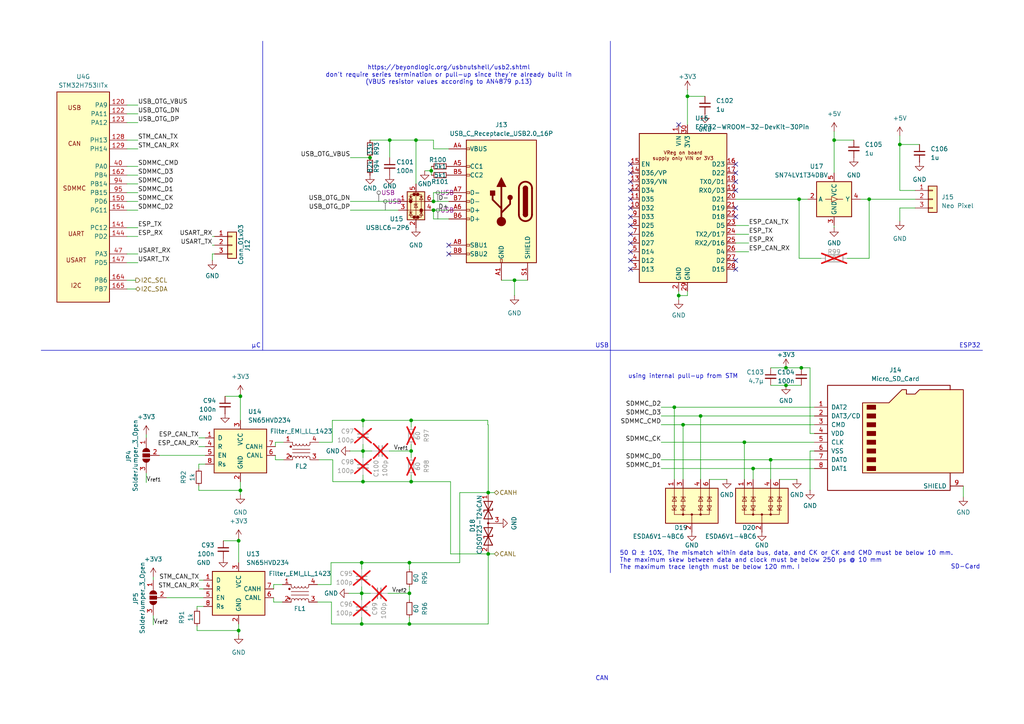
<source format=kicad_sch>
(kicad_sch
	(version 20250114)
	(generator "eeschema")
	(generator_version "9.0")
	(uuid "c61dd313-04ad-474f-9718-66b9bce07315")
	(paper "A4")
	
	(text "50 Ω ± 10%, The mismatch within data bus, data, and CK or CK and CMD must be below 10 mm.\nThe maximum skew between data and clock must be below 250 ps @ 10 mm\nThe maximum trace length must be below 120 mm. I"
		(exclude_from_sim no)
		(at 179.705 162.56 0)
		(effects
			(font
				(size 1.27 1.27)
			)
			(justify left)
		)
		(uuid "0232814d-2630-4b56-a948-0a44be293620")
	)
	(text "USB"
		(exclude_from_sim no)
		(at 174.625 100.33 0)
		(effects
			(font
				(size 1.27 1.27)
			)
		)
		(uuid "030ac795-edf5-444d-9323-762df8451be4")
	)
	(text "SD-Card"
		(exclude_from_sim no)
		(at 280.035 164.465 0)
		(effects
			(font
				(size 1.27 1.27)
			)
		)
		(uuid "05828fab-2d04-4397-b843-7a8ebdd025b6")
	)
	(text "don't require series termination or pull-up since they're already built in\n(VBUS resistor values according to AN4879 p.13)"
		(exclude_from_sim no)
		(at 130.175 22.86 0)
		(effects
			(font
				(size 1.27 1.27)
			)
		)
		(uuid "1055d774-b6a1-419a-b048-36be66eef259")
	)
	(text "µC"
		(exclude_from_sim no)
		(at 74.295 100.33 0)
		(effects
			(font
				(size 1.27 1.27)
			)
		)
		(uuid "116a24cc-e1f0-4e0d-bea5-abd9a8f91599")
	)
	(text "https://beyondlogic.org/usbnutshell/usb2.shtml"
		(exclude_from_sim no)
		(at 130.175 19.685 0)
		(effects
			(font
				(size 1.27 1.27)
			)
			(href "https://beyondlogic.org/usbnutshell/usb2.shtml")
		)
		(uuid "17aebb66-f36f-4773-91b3-aa6e98e3a3df")
	)
	(text "ESP32"
		(exclude_from_sim no)
		(at 281.305 100.33 0)
		(effects
			(font
				(size 1.27 1.27)
			)
		)
		(uuid "2f1a1088-c0ce-4de9-ae6e-34c8798ff98b")
	)
	(text "using internal pull-up from STM"
		(exclude_from_sim no)
		(at 198.12 109.22 0)
		(effects
			(font
				(size 1.27 1.27)
			)
		)
		(uuid "a2052886-6177-4247-95db-c4b735b95dd6")
	)
	(text "CAN"
		(exclude_from_sim no)
		(at 174.625 196.85 0)
		(effects
			(font
				(size 1.27 1.27)
			)
		)
		(uuid "aaa6aba1-4600-4726-ab41-4812b09f5f58")
	)
	(junction
		(at 231.775 57.785)
		(diameter 0)
		(color 0 0 0 0)
		(uuid "05cfbb34-84b8-41f9-b2c6-e5b00514da1d")
	)
	(junction
		(at 215.9 128.27)
		(diameter 0)
		(color 0 0 0 0)
		(uuid "0bbc3a19-37df-42ad-91f0-8540a0395fb7")
	)
	(junction
		(at 227.965 106.68)
		(diameter 0)
		(color 0 0 0 0)
		(uuid "18ab2d23-28e9-4932-9559-08cfc3b6ac2c")
	)
	(junction
		(at 232.41 106.68)
		(diameter 0)
		(color 0 0 0 0)
		(uuid "24fd9673-2273-4cc7-b851-95d6418ffacd")
	)
	(junction
		(at 118.745 180.975)
		(diameter 0)
		(color 0 0 0 0)
		(uuid "28a47998-b579-477b-8bd7-5184e4777d5e")
	)
	(junction
		(at 119.253 130.81)
		(diameter 0)
		(color 0 0 0 0)
		(uuid "3162dd44-bd73-462d-a1ba-3ec68e82b83a")
	)
	(junction
		(at 252.095 57.785)
		(diameter 0)
		(color 0 0 0 0)
		(uuid "318c4647-7bc1-4283-9b65-f73983dbd071")
	)
	(junction
		(at 149.225 81.28)
		(diameter 0)
		(color 0 0 0 0)
		(uuid "3c1013bf-bfba-435b-96c5-025b99d0e79f")
	)
	(junction
		(at 69.723 142.24)
		(diameter 0)
		(color 0 0 0 0)
		(uuid "3d875b4c-a7a5-4903-ad64-3ecea35d872b")
	)
	(junction
		(at 69.723 114.935)
		(diameter 0)
		(color 0 0 0 0)
		(uuid "41b0bad5-7e8d-4b02-8ba8-4522831df7e6")
	)
	(junction
		(at 107.315 45.72)
		(diameter 0)
		(color 0 0 0 0)
		(uuid "46e9cd3f-c4dc-4e06-874a-970861c8e4d0")
	)
	(junction
		(at 195.58 118.11)
		(diameter 0)
		(color 0 0 0 0)
		(uuid "483c68f8-8db5-413f-96da-d4c2dccc7777")
	)
	(junction
		(at 69.215 182.88)
		(diameter 0)
		(color 0 0 0 0)
		(uuid "4dfb8dde-4cef-4814-89d9-dc2c67abc0ea")
	)
	(junction
		(at 218.44 135.89)
		(diameter 0)
		(color 0 0 0 0)
		(uuid "50b25640-4ca4-435d-9ca2-96918ac454bf")
	)
	(junction
		(at 198.12 123.19)
		(diameter 0)
		(color 0 0 0 0)
		(uuid "52bd35f7-90f4-444f-80c2-b19c5579d427")
	)
	(junction
		(at 104.902 163.195)
		(diameter 0)
		(color 0 0 0 0)
		(uuid "53b32a67-343e-432d-9256-006aedde493b")
	)
	(junction
		(at 119.253 139.7)
		(diameter 0)
		(color 0 0 0 0)
		(uuid "6c0e76a3-6aad-4fb4-a948-d5eac4447136")
	)
	(junction
		(at 105.283 121.92)
		(diameter 0)
		(color 0 0 0 0)
		(uuid "7481ae21-ea6c-45fa-90b7-25db4fcacac0")
	)
	(junction
		(at 125.73 60.96)
		(diameter 0)
		(color 0 0 0 0)
		(uuid "76eb61ee-a5dc-435a-8704-218432069d76")
	)
	(junction
		(at 227.965 111.76)
		(diameter 0)
		(color 0 0 0 0)
		(uuid "7b77a6c7-da0a-42bd-826a-b38b72133772")
	)
	(junction
		(at 69.215 156.845)
		(diameter 0)
		(color 0 0 0 0)
		(uuid "7c2aa378-d994-4cbb-a7fd-662b6a6dbd3e")
	)
	(junction
		(at 223.52 133.35)
		(diameter 0)
		(color 0 0 0 0)
		(uuid "83a97a6e-f8be-41f0-8991-cb39de58c4f2")
	)
	(junction
		(at 199.39 27.94)
		(diameter 0)
		(color 0 0 0 0)
		(uuid "8a2ddf5a-e56d-4ddb-b3a7-3ce78fdb1ea7")
	)
	(junction
		(at 104.902 180.975)
		(diameter 0)
		(color 0 0 0 0)
		(uuid "8c902d7a-9a97-4247-a024-6511c85f57b0")
	)
	(junction
		(at 119.253 121.92)
		(diameter 0)
		(color 0 0 0 0)
		(uuid "9727df9d-30c2-4d31-a4a4-c18de4a38ffd")
	)
	(junction
		(at 141.605 160.655)
		(diameter 0)
		(color 0 0 0 0)
		(uuid "9b258187-c52a-4e59-8789-b7ac6ed5dc99")
	)
	(junction
		(at 104.902 172.085)
		(diameter 0)
		(color 0 0 0 0)
		(uuid "9cc87ece-ed33-40de-966c-51c2001dc894")
	)
	(junction
		(at 105.283 130.81)
		(diameter 0)
		(color 0 0 0 0)
		(uuid "9cdc856e-55bf-4f24-8496-a3f3c835efb4")
	)
	(junction
		(at 120.65 40.64)
		(diameter 0)
		(color 0 0 0 0)
		(uuid "9ea8c7a2-1503-4324-bc92-c95e051488ac")
	)
	(junction
		(at 141.605 142.875)
		(diameter 0)
		(color 0 0 0 0)
		(uuid "a02cb7ca-67e1-4267-9b51-48bfa47aa699")
	)
	(junction
		(at 203.2 120.65)
		(diameter 0)
		(color 0 0 0 0)
		(uuid "a030d523-f685-498c-a6ce-88394aca3cb6")
	)
	(junction
		(at 118.745 163.195)
		(diameter 0)
		(color 0 0 0 0)
		(uuid "b60abf17-3e74-47af-a488-26c720dd0b0f")
	)
	(junction
		(at 118.745 172.085)
		(diameter 0)
		(color 0 0 0 0)
		(uuid "b6c8fd7b-67f5-4777-9880-dd70ef3914a0")
	)
	(junction
		(at 196.85 85.725)
		(diameter 0)
		(color 0 0 0 0)
		(uuid "cee00a16-43e6-4734-87be-e840da75aabc")
	)
	(junction
		(at 105.283 139.7)
		(diameter 0)
		(color 0 0 0 0)
		(uuid "cf065f4e-64c6-411f-9278-3cbeff3ad8fd")
	)
	(junction
		(at 125.095 49.53)
		(diameter 0)
		(color 0 0 0 0)
		(uuid "d302f7ee-d45d-43f0-9f1f-85368a116229")
	)
	(junction
		(at 260.985 41.91)
		(diameter 0)
		(color 0 0 0 0)
		(uuid "e4280f40-0a8b-46b8-8a3f-bdc2bbc7d561")
	)
	(junction
		(at 241.935 40.64)
		(diameter 0)
		(color 0 0 0 0)
		(uuid "e66e4697-c658-4daa-8505-29693d7c6fa8")
	)
	(junction
		(at 125.73 58.42)
		(diameter 0)
		(color 0 0 0 0)
		(uuid "e8da3965-6ebf-4303-bffa-5c0b2fe16f2a")
	)
	(junction
		(at 113.03 40.64)
		(diameter 0)
		(color 0 0 0 0)
		(uuid "eef95e3a-9baf-4512-9c0f-0fb5481cc6c4")
	)
	(no_connect
		(at 182.88 73.025)
		(uuid "0f78565a-9a79-4977-842d-db81c2f3a858")
	)
	(no_connect
		(at 182.88 55.245)
		(uuid "1635493b-c0b0-4b22-91c0-dd20f89d28d6")
	)
	(no_connect
		(at 182.88 57.785)
		(uuid "2cd37b9b-1e16-4721-baaf-0f02fff9ee15")
	)
	(no_connect
		(at 213.36 47.625)
		(uuid "2e298096-7ace-418c-89a7-3d43d6bed0db")
	)
	(no_connect
		(at 182.88 60.325)
		(uuid "3bc25636-dee2-443e-8ccb-a980f456ac63")
	)
	(no_connect
		(at 182.88 50.165)
		(uuid "43d8676e-50c6-4697-acd1-a078ec396d67")
	)
	(no_connect
		(at 182.88 65.405)
		(uuid "4a7c660c-ecc7-4617-8099-7833ce97674f")
	)
	(no_connect
		(at 182.88 47.625)
		(uuid "5a25121c-a1f8-402a-a503-9b4b6773db57")
	)
	(no_connect
		(at 196.85 36.195)
		(uuid "5c9306cf-381b-4d82-8a3a-52bc964f2a36")
	)
	(no_connect
		(at 213.36 52.705)
		(uuid "5c964bdf-2ed2-4eef-b541-8ce09ccb6359")
	)
	(no_connect
		(at 182.88 78.105)
		(uuid "5cab31a6-586b-4cbb-8e74-6785a73b7287")
	)
	(no_connect
		(at 213.36 75.565)
		(uuid "627c0ac6-463b-4d74-9056-912f48f57f8c")
	)
	(no_connect
		(at 182.88 67.945)
		(uuid "662f2eb1-7541-4b5a-9b3e-348e11036abd")
	)
	(no_connect
		(at 182.88 52.705)
		(uuid "73269fd7-c364-4aef-a8b5-a2eabdfa97a8")
	)
	(no_connect
		(at 213.36 60.325)
		(uuid "797e1eed-a489-45da-8c0f-184fc597169c")
	)
	(no_connect
		(at 182.88 75.565)
		(uuid "8365a6d4-6d29-461b-904c-0324ca06fc5a")
	)
	(no_connect
		(at 182.88 62.865)
		(uuid "8ac847d1-9069-40ae-a3f2-d3aed782fb55")
	)
	(no_connect
		(at 213.36 78.105)
		(uuid "8f56c4af-52dc-4612-9881-b40f131d9649")
	)
	(no_connect
		(at 213.36 50.165)
		(uuid "b938ea39-6292-4387-8cd7-875c20a9d49a")
	)
	(no_connect
		(at 130.175 71.12)
		(uuid "d7064c93-16c6-497d-859a-7b410a29e175")
	)
	(no_connect
		(at 213.36 55.245)
		(uuid "da2de24c-d775-46ec-8771-ff0ede014a17")
	)
	(no_connect
		(at 130.175 73.66)
		(uuid "e5cfba84-9aae-4335-81b2-f9420a56298e")
	)
	(no_connect
		(at 182.88 70.485)
		(uuid "e700e196-44ff-4ef8-a8e9-38a5e666b895")
	)
	(no_connect
		(at 213.36 62.865)
		(uuid "ffc9674a-9076-447f-ba67-71a5716efeb9")
	)
	(wire
		(pts
			(xy 198.12 123.19) (xy 198.12 139.065)
		)
		(stroke
			(width 0)
			(type default)
		)
		(uuid "0126e725-cd4a-43de-a635-49074d4eee16")
	)
	(wire
		(pts
			(xy 113.03 40.64) (xy 120.65 40.64)
		)
		(stroke
			(width 0)
			(type default)
		)
		(uuid "03b6b96d-d108-4c6b-b2b6-d370d0813a07")
	)
	(wire
		(pts
			(xy 40.005 53.34) (xy 36.83 53.34)
		)
		(stroke
			(width 0)
			(type default)
		)
		(uuid "069c83cc-66af-4239-a3f2-6fc7c9797843")
	)
	(wire
		(pts
			(xy 227.965 106.68) (xy 232.41 106.68)
		)
		(stroke
			(width 0)
			(type default)
		)
		(uuid "0720b77c-06ec-4ddc-af8a-933409149d5c")
	)
	(wire
		(pts
			(xy 252.095 57.785) (xy 252.095 74.93)
		)
		(stroke
			(width 0)
			(type default)
		)
		(uuid "07821e1a-6081-4b53-af8d-3407e5dfe479")
	)
	(wire
		(pts
			(xy 96.139 174.625) (xy 96.139 180.975)
		)
		(stroke
			(width 0)
			(type default)
		)
		(uuid "07b7ef48-98f5-4f9c-8c83-e93a23111e86")
	)
	(wire
		(pts
			(xy 217.17 65.405) (xy 213.36 65.405)
		)
		(stroke
			(width 0)
			(type default)
		)
		(uuid "08072ded-74bf-4b0b-806c-19444be54a5d")
	)
	(wire
		(pts
			(xy 101.6 58.42) (xy 115.57 58.42)
		)
		(stroke
			(width 0)
			(type default)
		)
		(uuid "082fce0a-328f-4c33-b82d-f736243226bd")
	)
	(wire
		(pts
			(xy 125.095 49.53) (xy 125.095 50.8)
		)
		(stroke
			(width 0)
			(type default)
		)
		(uuid "0ea0bb12-e71d-4036-85a4-6c19fe123590")
	)
	(wire
		(pts
			(xy 79.883 133.35) (xy 79.883 132.08)
		)
		(stroke
			(width 0)
			(type default)
		)
		(uuid "0eb24822-65ba-4fcc-a791-110a601cab9c")
	)
	(wire
		(pts
			(xy 241.935 40.64) (xy 247.65 40.64)
		)
		(stroke
			(width 0)
			(type default)
		)
		(uuid "0ec11d76-de2c-47d9-b68b-71e96f39e5f7")
	)
	(wire
		(pts
			(xy 36.83 55.88) (xy 40.005 55.88)
		)
		(stroke
			(width 0)
			(type default)
		)
		(uuid "0f23c12c-ee24-49ec-857a-7c94676913f0")
	)
	(wire
		(pts
			(xy 113.03 40.64) (xy 113.03 45.72)
		)
		(stroke
			(width 0)
			(type default)
		)
		(uuid "0f360adf-082b-43ce-b071-56ba3d6d1ff9")
	)
	(wire
		(pts
			(xy 223.52 133.35) (xy 236.22 133.35)
		)
		(stroke
			(width 0)
			(type default)
		)
		(uuid "0fe1c355-612f-4426-80ff-01e842356dec")
	)
	(wire
		(pts
			(xy 199.39 27.94) (xy 199.39 36.195)
		)
		(stroke
			(width 0)
			(type default)
		)
		(uuid "11371f3a-622b-4d06-958d-0de2e3aefad4")
	)
	(wire
		(pts
			(xy 44.45 178.435) (xy 44.45 181.229)
		)
		(stroke
			(width 0)
			(type default)
		)
		(uuid "1191196b-173d-4dee-bb6d-b29a4d435163")
	)
	(wire
		(pts
			(xy 260.985 41.91) (xy 260.985 55.245)
		)
		(stroke
			(width 0)
			(type default)
		)
		(uuid "11fcf8a6-a9da-4e10-b537-040a5f04eac6")
	)
	(wire
		(pts
			(xy 92.075 169.545) (xy 96.012 169.545)
		)
		(stroke
			(width 0)
			(type default)
		)
		(uuid "1255d5b2-c80c-45ce-8562-7f9325184eb2")
	)
	(wire
		(pts
			(xy 119.253 121.92) (xy 141.478 121.92)
		)
		(stroke
			(width 0)
			(type default)
		)
		(uuid "16abee5d-4262-4bfd-ba27-099017bd3c89")
	)
	(wire
		(pts
			(xy 199.39 85.725) (xy 199.39 84.455)
		)
		(stroke
			(width 0)
			(type default)
		)
		(uuid "175d1789-0795-45ea-bebd-00c51a23ce0a")
	)
	(wire
		(pts
			(xy 191.77 133.35) (xy 223.52 133.35)
		)
		(stroke
			(width 0)
			(type default)
		)
		(uuid "1771b8ef-8c2d-4dbc-bfd3-902fd9585271")
	)
	(wire
		(pts
			(xy 61.595 73.66) (xy 61.595 75.565)
		)
		(stroke
			(width 0)
			(type default)
		)
		(uuid "1851c3fc-c833-4316-939d-3a55a4935065")
	)
	(wire
		(pts
			(xy 61.595 71.12) (xy 62.23 71.12)
		)
		(stroke
			(width 0)
			(type default)
		)
		(uuid "18ab3ef7-d310-4dfe-9bd7-87f1a836a671")
	)
	(wire
		(pts
			(xy 36.83 33.02) (xy 40.005 33.02)
		)
		(stroke
			(width 0)
			(type default)
		)
		(uuid "1b135d7b-8f10-4d19-9a19-146ba9d74198")
	)
	(wire
		(pts
			(xy 112.522 172.085) (xy 118.745 172.085)
		)
		(stroke
			(width 0)
			(type default)
		)
		(uuid "1c380b4c-4cae-4aa6-b682-a869ce94709e")
	)
	(wire
		(pts
			(xy 96.393 121.92) (xy 105.283 121.92)
		)
		(stroke
			(width 0)
			(type default)
		)
		(uuid "1c39585e-5704-44d0-a33d-b3876c68f352")
	)
	(wire
		(pts
			(xy 69.723 114.3) (xy 69.723 114.935)
		)
		(stroke
			(width 0)
			(type default)
		)
		(uuid "1e2b6175-d853-4821-ba74-1f24382ec349")
	)
	(wire
		(pts
			(xy 105.283 121.92) (xy 119.253 121.92)
		)
		(stroke
			(width 0)
			(type default)
		)
		(uuid "1ecee70f-1b0e-4963-98bb-53f91fcf7497")
	)
	(wire
		(pts
			(xy 118.745 170.18) (xy 118.745 172.085)
		)
		(stroke
			(width 0)
			(type default)
		)
		(uuid "216a5d0c-6bc2-4d57-bfc1-a0137443fd45")
	)
	(wire
		(pts
			(xy 125.73 55.88) (xy 130.175 55.88)
		)
		(stroke
			(width 0)
			(type default)
		)
		(uuid "21acc590-ee7c-4d1e-8e1e-92f9f843d3c0")
	)
	(wire
		(pts
			(xy 36.83 60.96) (xy 40.005 60.96)
		)
		(stroke
			(width 0)
			(type default)
		)
		(uuid "2201ad5c-2ea0-4a84-9169-84f97ac3d850")
	)
	(wire
		(pts
			(xy 125.73 60.96) (xy 130.175 60.96)
		)
		(stroke
			(width 0)
			(type default)
		)
		(uuid "23e71670-b058-4e01-a066-4bf14b43a603")
	)
	(wire
		(pts
			(xy 118.745 172.085) (xy 118.745 173.99)
		)
		(stroke
			(width 0)
			(type default)
		)
		(uuid "25fcae18-2fce-4a2e-b99e-14db92c22b5a")
	)
	(wire
		(pts
			(xy 133.35 142.875) (xy 141.605 142.875)
		)
		(stroke
			(width 0)
			(type default)
		)
		(uuid "27d7ae8c-7eae-4f28-bd8f-3df57c79cc78")
	)
	(wire
		(pts
			(xy 217.17 73.025) (xy 213.36 73.025)
		)
		(stroke
			(width 0)
			(type default)
		)
		(uuid "29423af5-f664-45ad-bb1e-0735e38873c2")
	)
	(wire
		(pts
			(xy 118.745 163.195) (xy 133.35 163.195)
		)
		(stroke
			(width 0)
			(type default)
		)
		(uuid "2d763691-facb-4f15-9e9f-59c2b2d09226")
	)
	(wire
		(pts
			(xy 40.005 30.48) (xy 36.83 30.48)
		)
		(stroke
			(width 0)
			(type default)
		)
		(uuid "2e6d5f7d-e2c5-4fff-9ab8-ff9e5059fed6")
	)
	(wire
		(pts
			(xy 238.125 74.93) (xy 231.775 74.93)
		)
		(stroke
			(width 0)
			(type default)
		)
		(uuid "2fa12003-ea95-4a7e-a7b4-8f6dd8428bb3")
	)
	(wire
		(pts
			(xy 44.45 167.259) (xy 44.45 168.275)
		)
		(stroke
			(width 0)
			(type default)
		)
		(uuid "2fe633c0-4d3d-40d2-b66e-9c920b1c7a86")
	)
	(wire
		(pts
			(xy 218.44 139.065) (xy 218.44 135.89)
		)
		(stroke
			(width 0)
			(type default)
		)
		(uuid "3173a2ad-906e-47f8-a364-fc370f3c628a")
	)
	(wire
		(pts
			(xy 145.415 151.765) (xy 144.653 151.765)
		)
		(stroke
			(width 0)
			(type default)
		)
		(uuid "31a4bbdf-559b-4207-a858-901d74817d56")
	)
	(wire
		(pts
			(xy 65.278 114.935) (xy 69.723 114.935)
		)
		(stroke
			(width 0)
			(type default)
		)
		(uuid "32faf47c-e64c-44b4-9d62-4d28d8d4153b")
	)
	(polyline
		(pts
			(xy 11.938 101.6) (xy 284.988 101.6)
		)
		(stroke
			(width 0)
			(type default)
		)
		(uuid "3585df17-1500-4acf-8047-979ff4b5fedc")
	)
	(wire
		(pts
			(xy 69.215 182.88) (xy 69.215 184.15)
		)
		(stroke
			(width 0)
			(type default)
		)
		(uuid "364b407f-3b1e-4c62-9eb8-d29a94c13635")
	)
	(wire
		(pts
			(xy 130.683 160.655) (xy 130.683 139.7)
		)
		(stroke
			(width 0)
			(type default)
		)
		(uuid "37424b4b-71c8-41c4-b362-ea3007ee2cc4")
	)
	(wire
		(pts
			(xy 231.775 74.93) (xy 231.775 57.785)
		)
		(stroke
			(width 0)
			(type default)
		)
		(uuid "393f9b29-c1fb-4477-8410-888c1c775882")
	)
	(wire
		(pts
			(xy 241.935 38.1) (xy 241.935 40.64)
		)
		(stroke
			(width 0)
			(type default)
		)
		(uuid "395ffaba-dbfc-4c84-b3a1-2617223e9f3e")
	)
	(wire
		(pts
			(xy 96.52 133.35) (xy 96.52 139.7)
		)
		(stroke
			(width 0)
			(type default)
		)
		(uuid "3b6bddeb-5651-4db5-98b2-9b6f3f702707")
	)
	(wire
		(pts
			(xy 101.6 45.72) (xy 107.315 45.72)
		)
		(stroke
			(width 0)
			(type default)
		)
		(uuid "3d2cc28f-a815-44ff-b579-98f1bafc55ff")
	)
	(wire
		(pts
			(xy 236.22 125.73) (xy 234.95 125.73)
		)
		(stroke
			(width 0)
			(type default)
		)
		(uuid "3d36dc6e-fb6c-4d22-b425-43462a3be059")
	)
	(wire
		(pts
			(xy 36.83 73.66) (xy 40.005 73.66)
		)
		(stroke
			(width 0)
			(type default)
		)
		(uuid "3e2111f4-1096-49ea-babe-955e0bcbceb6")
	)
	(wire
		(pts
			(xy 119.253 128.905) (xy 119.253 130.81)
		)
		(stroke
			(width 0)
			(type default)
		)
		(uuid "418d6449-7d54-435c-9348-9ebcc667fba1")
	)
	(wire
		(pts
			(xy 149.225 81.28) (xy 145.415 81.28)
		)
		(stroke
			(width 0)
			(type default)
		)
		(uuid "43eb60ad-a089-43b3-8c73-3cd2d4334140")
	)
	(wire
		(pts
			(xy 226.06 139.065) (xy 231.14 139.065)
		)
		(stroke
			(width 0)
			(type default)
		)
		(uuid "4509c7f5-35ec-4bd1-89e7-1a05d5b53aa2")
	)
	(wire
		(pts
			(xy 125.73 58.42) (xy 125.73 55.88)
		)
		(stroke
			(width 0)
			(type default)
		)
		(uuid "4991bdca-b170-43ed-84ef-9caf2ab85aec")
	)
	(wire
		(pts
			(xy 118.745 179.07) (xy 118.745 180.975)
		)
		(stroke
			(width 0)
			(type default)
		)
		(uuid "4abd7593-788c-4faf-8edb-6bf231a57d07")
	)
	(wire
		(pts
			(xy 61.595 68.58) (xy 62.23 68.58)
		)
		(stroke
			(width 0)
			(type default)
		)
		(uuid "4c385e60-1b83-4735-8d87-273cadd39ee9")
	)
	(wire
		(pts
			(xy 120.65 40.64) (xy 125.73 40.64)
		)
		(stroke
			(width 0)
			(type default)
		)
		(uuid "4c4a7a36-80ee-4595-b311-1291392bf06c")
	)
	(wire
		(pts
			(xy 231.775 57.785) (xy 234.315 57.785)
		)
		(stroke
			(width 0)
			(type default)
		)
		(uuid "4dc32d7f-3ff8-43a5-afb9-2f4908b6a181")
	)
	(wire
		(pts
			(xy 141.605 160.655) (xy 141.605 180.975)
		)
		(stroke
			(width 0)
			(type default)
		)
		(uuid "4f3190e5-1fec-4c20-8c78-bb72eed0982d")
	)
	(wire
		(pts
			(xy 260.985 55.245) (xy 265.43 55.245)
		)
		(stroke
			(width 0)
			(type default)
		)
		(uuid "4f4d3fff-85b9-4083-bd46-2b914ab4a849")
	)
	(wire
		(pts
			(xy 223.52 133.35) (xy 223.52 139.065)
		)
		(stroke
			(width 0)
			(type default)
		)
		(uuid "4ff43a78-6f92-4a7c-8cfb-ed39be066f5a")
	)
	(wire
		(pts
			(xy 234.95 130.81) (xy 234.95 142.24)
		)
		(stroke
			(width 0)
			(type default)
		)
		(uuid "5121f087-75a7-4517-bf80-93142898bd7b")
	)
	(wire
		(pts
			(xy 223.52 111.76) (xy 227.965 111.76)
		)
		(stroke
			(width 0)
			(type default)
		)
		(uuid "551574cf-3580-4b1f-8680-a14f6beb8bdd")
	)
	(wire
		(pts
			(xy 79.883 128.27) (xy 82.296 128.27)
		)
		(stroke
			(width 0)
			(type default)
		)
		(uuid "569600ce-4916-426c-ad6a-43656f889c21")
	)
	(wire
		(pts
			(xy 69.215 156.21) (xy 69.215 156.845)
		)
		(stroke
			(width 0)
			(type default)
		)
		(uuid "573d52d7-2912-42f7-a32c-98f9437fcfb4")
	)
	(wire
		(pts
			(xy 57.785 168.275) (xy 59.055 168.275)
		)
		(stroke
			(width 0)
			(type default)
		)
		(uuid "58a5b0f4-7372-4ed6-b2ff-21c9fc14c383")
	)
	(wire
		(pts
			(xy 191.77 135.89) (xy 218.44 135.89)
		)
		(stroke
			(width 0)
			(typ
... [136367 chars truncated]
</source>
